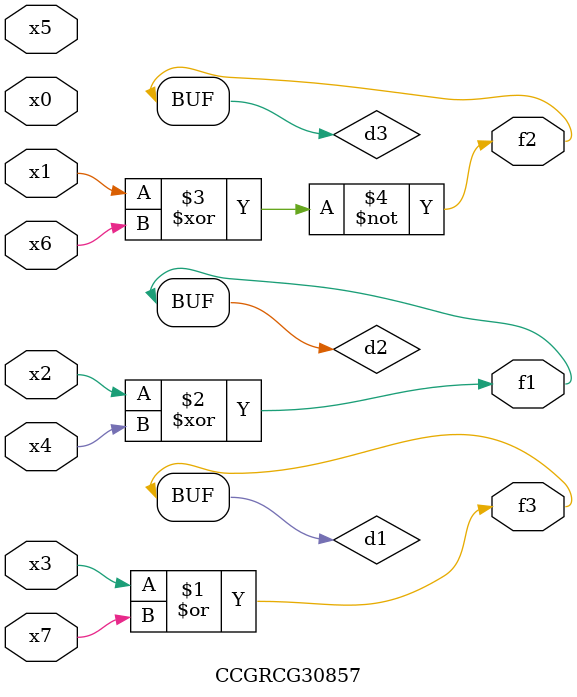
<source format=v>
module CCGRCG30857(
	input x0, x1, x2, x3, x4, x5, x6, x7,
	output f1, f2, f3
);

	wire d1, d2, d3;

	or (d1, x3, x7);
	xor (d2, x2, x4);
	xnor (d3, x1, x6);
	assign f1 = d2;
	assign f2 = d3;
	assign f3 = d1;
endmodule

</source>
